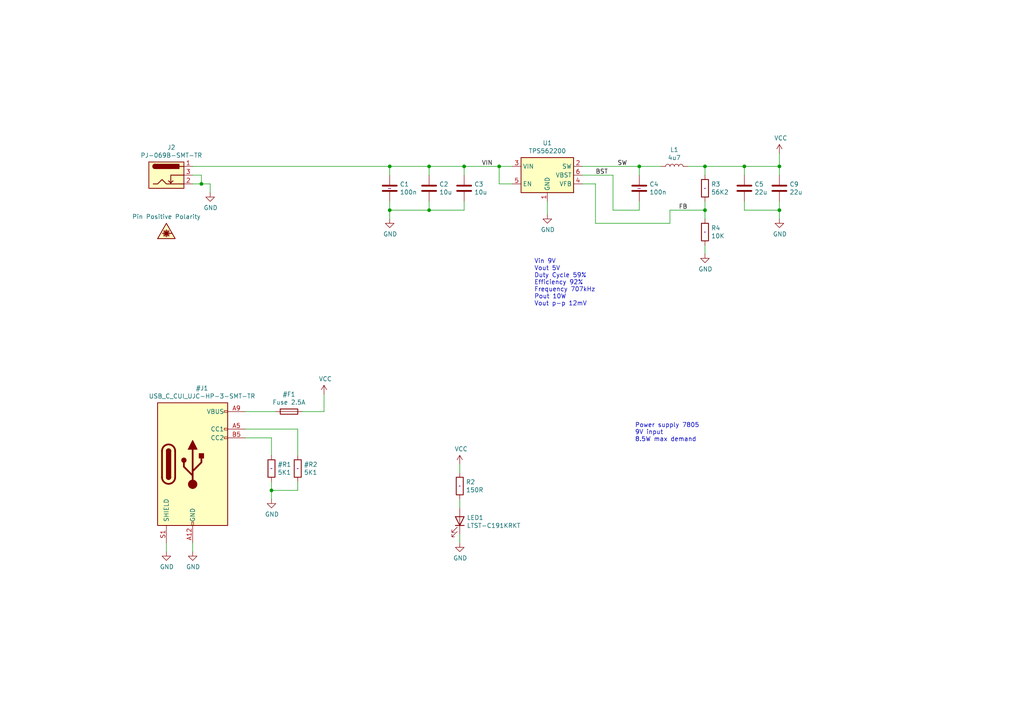
<source format=kicad_sch>
(kicad_sch (version 20211123) (generator eeschema)
  (paper "A4")
  (title_block (title "One-Game-NES") (date "2021-12-26") (rev "0") (company "Late to the Game"))
  (lib_symbols
    (symbol "00Custom:USB_C_CUI_UJC-HP-3-SMT-TR" (pin_names (offset 1.016))
      (property "Reference" "J" (at -10.16 19.05 0))
      (property "Value" "00Custom_USB_C_CUI_UJC-HP-3-SMT-TR" (at 12.7 19.05 0))
      (symbol "USB_C_CUI_UJC-HP-3-SMT-TR_0_0"
        (rectangle (start -0.254 -17.78) (end 0.254 -16.764))
        (rectangle (start 10.16 7.874) (end 9.144 7.366))
        (rectangle (start 10.16 10.414) (end 9.144 9.906))
        (rectangle (start 10.16 15.494) (end 9.144 14.986))
      )
      (symbol "USB_C_CUI_UJC-HP-3-SMT-TR_0_1"
        (rectangle (start -10.16 17.78) (end 10.16 -17.78) (stroke (width 0.254)) (fill (type background)))
        (arc (start -8.89 -3.81) (mid -6.985 -5.715) (end -5.08 -3.81) (stroke (width 0.508)))
        (arc (start -7.62 -3.81) (mid -6.985 -4.445) (end -6.35 -3.81) (stroke (width 0.254)))
        (arc (start -7.62 -3.81) (mid -6.985 -4.445) (end -6.35 -3.81) (stroke (width 0.254)) (fill (type outline)))
        (rectangle (start -7.62 -3.81) (end -6.35 3.81) (stroke (width 0.254)) (fill (type outline)))
        (arc (start -6.35 3.81) (mid -6.985 4.445) (end -7.62 3.81) (stroke (width 0.254)))
        (arc (start -6.35 3.81) (mid -6.985 4.445) (end -7.62 3.81) (stroke (width 0.254)) (fill (type outline)))
        (arc (start -5.08 3.81) (mid -6.985 5.715) (end -8.89 3.81) (stroke (width 0.508)))
        (circle (center -2.54 1.143) (radius 0.635) (stroke (width 0.254)) (fill (type outline)))
        (circle (center 0 -5.842) (radius 1.27) (fill (type outline)))
        (polyline (pts (xy -8.89 -3.81) (xy -8.89 3.81)) (stroke (width 0.508)))
        (polyline (pts (xy -5.08 3.81) (xy -5.08 -3.81)) (stroke (width 0.508)))
        (polyline (pts (xy 0 -5.842) (xy 0 4.318)) (stroke (width 0.508)))
        (polyline (pts (xy 0 -3.302) (xy -2.54 -0.762) (xy -2.54 0.508)) (stroke (width 0.508)))
        (polyline (pts (xy 0 -2.032) (xy 2.54 0.508) (xy 2.54 1.778)) (stroke (width 0.508)))
        (polyline (pts (xy -1.27 4.318) (xy 0 6.858) (xy 1.27 4.318) (xy -1.27 4.318)) (stroke (width 0.254)) (fill (type outline)))
        (rectangle (start 1.905 1.778) (end 3.175 3.048) (stroke (width 0.254)) (fill (type outline)))
      )
      (symbol "USB_C_CUI_UJC-HP-3-SMT-TR_1_1"
        (pin passive line (at 0 -22.86 90) (length 5.08) (name "GND") (number "A12"))
        (pin bidirectional line (at 15.24 10.16 180) (length 5.08) (name "CC1") (number "A5"))
        (pin passive line (at 15.24 15.24 180) (length 5.08) (name "VBUS") (number "A9"))
        (pin passive line (at 0 -22.86 90) (length 5.08) hide (name "GND") (number "B12"))
        (pin bidirectional line (at 15.24 7.62 180) (length 5.08) (name "CC2") (number "B5"))
        (pin passive line (at 15.24 15.24 180) (length 5.08) hide (name "VBUS") (number "B9"))
        (pin passive line (at -7.62 -22.86 90) (length 5.08) (name "SHIELD") (number "S1"))
      )
    )
    (symbol "Connector:Barrel_Jack_Switch" (pin_names hide)
      (property "Reference" "J" (at 0 5.334 0))
      (property "Value" "Barrel_Jack_Switch" (at 0 -5.08 0))
      (symbol "Barrel_Jack_Switch_0_1"
        (rectangle (start -5.08 3.81) (end 5.08 -3.81) (stroke (width 0.254)) (fill (type background)))
        (arc (start -3.302 3.175) (mid -3.937 2.54) (end -3.302 1.905) (stroke (width 0.254)))
        (arc (start -3.302 3.175) (mid -3.937 2.54) (end -3.302 1.905) (stroke (width 0.254)) (fill (type outline)))
        (polyline (pts (xy 1.27 -2.286) (xy 1.905 -1.651)) (stroke (width 0.254)))
        (polyline (pts (xy 5.08 2.54) (xy 3.81 2.54)) (stroke (width 0.254)))
        (polyline (pts (xy 5.08 0) (xy 1.27 0) (xy 1.27 -2.286) (xy 0.635 -1.651)) (stroke (width 0.254)))
        (polyline (pts (xy -3.81 -2.54) (xy -2.54 -2.54) (xy -1.27 -1.27) (xy 0 -2.54) (xy 2.54 -2.54) (xy 5.08 -2.54)) (stroke (width 0.254)))
        (rectangle (start 3.683 3.175) (end -3.302 1.905) (stroke (width 0.254)) (fill (type outline)))
      )
      (symbol "Barrel_Jack_Switch_1_1"
        (pin passive line (at 7.62 2.54 180) (length 2.54) (name "~") (number "1"))
        (pin passive line (at 7.62 -2.54 180) (length 2.54) (name "~") (number "2"))
        (pin passive line (at 7.62 0 180) (length 2.54) (name "~") (number "3"))
      )
    )
    (symbol "Device:C" (pin_numbers hide) (pin_names (offset 0.254))
      (property "Reference" "C" (at 0.635 2.54 0))
      (property "Value" "C" (at 0.635 -2.54 0))
      (symbol "C_0_1"
        (polyline (pts (xy -2.032 -0.762) (xy 2.032 -0.762)) (stroke (width 0.508)))
        (polyline (pts (xy -2.032 0.762) (xy 2.032 0.762)) (stroke (width 0.508)))
      )
      (symbol "C_1_1"
        (pin passive line (at 0 3.81 270) (length 2.794) (name "~") (number "1"))
        (pin passive line (at 0 -3.81 90) (length 2.794) (name "~") (number "2"))
      )
    )
    (symbol "Device:Fuse" (pin_numbers hide) (pin_names (offset 0))
      (property "Reference" "F" (at 2.032 0 90))
      (property "Value" "Fuse" (at -1.905 0 90))
      (symbol "Fuse_0_1"
        (rectangle (start -0.762 -2.54) (end 0.762 2.54) (stroke (width 0.254)))
        (polyline (pts (xy 0 2.54) (xy 0 -2.54)))
      )
      (symbol "Fuse_1_1"
        (pin passive line (at 0 3.81 270) (length 1.27) (name "~") (number "1"))
        (pin passive line (at 0 -3.81 90) (length 1.27) (name "~") (number "2"))
      )
    )
    (symbol "Device:L" (pin_numbers hide) (pin_names (offset 1.016) hide)
      (property "Reference" "L" (at -1.27 0 90))
      (property "Value" "L" (at 1.905 0 90))
      (symbol "L_0_1"
        (arc (start 0 -2.54) (mid 0.635 -1.905) (end 0 -1.27))
        (arc (start 0 -1.27) (mid 0.635 -0.635) (end 0 0))
        (arc (start 0 0) (mid 0.635 0.635) (end 0 1.27))
        (arc (start 0 1.27) (mid 0.635 1.905) (end 0 2.54))
      )
      (symbol "L_1_1"
        (pin passive line (at 0 3.81 270) (length 1.27) (name "1") (number "1"))
        (pin passive line (at 0 -3.81 90) (length 1.27) (name "2") (number "2"))
      )
    )
    (symbol "Device:LED" (pin_numbers hide) (pin_names (offset 1.016) hide)
      (property "Reference" "D" (at 0 2.54 0))
      (property "Value" "LED" (at 0 -2.54 0))
      (symbol "LED_0_1"
        (polyline (pts (xy -1.27 -1.27) (xy -1.27 1.27)) (stroke (width 0.254)))
        (polyline (pts (xy -1.27 0) (xy 1.27 0)))
        (polyline (pts (xy 1.27 -1.27) (xy 1.27 1.27) (xy -1.27 0) (xy 1.27 -1.27)) (stroke (width 0.254)))
        (polyline (pts (xy -3.048 -0.762) (xy -4.572 -2.286) (xy -3.81 -2.286) (xy -4.572 -2.286) (xy -4.572 -1.524)))
        (polyline (pts (xy -1.778 -0.762) (xy -3.302 -2.286) (xy -2.54 -2.286) (xy -3.302 -2.286) (xy -3.302 -1.524)))
      )
      (symbol "LED_1_1"
        (pin passive line (at -3.81 0 0) (length 2.54) (name "K") (number "1"))
        (pin passive line (at 3.81 0 180) (length 2.54) (name "A") (number "2"))
      )
    )
    (symbol "Device:R" (pin_numbers hide) (pin_names (offset 0))
      (property "Reference" "R" (at 2.032 0 90))
      (property "Value" "R" (at 0 0 90))
      (symbol "R_0_1"
        (rectangle (start -1.016 -2.54) (end 1.016 2.54) (stroke (width 0.254)))
      )
      (symbol "R_1_1"
        (pin passive line (at 0 3.81 270) (length 1.27) (name "~") (number "1"))
        (pin passive line (at 0 -3.81 90) (length 1.27) (name "~") (number "2"))
      )
    )
    (symbol "Graphic:SYM_LASER_Small" (pin_names (offset 1.016) hide)
      (symbol "SYM_LASER_Small_0_1"
        (polyline (pts (xy -1.143 -0.381) (xy 1.651 -0.381)) (stroke (width 0.254)))
        (polyline (pts (xy -0.889 -0.762) (xy 0.889 0)))
        (polyline (pts (xy -0.889 0) (xy 0.889 -0.762)))
        (polyline (pts (xy -0.762 -1.143) (xy 0.762 0.381)) (stroke (width 0.254)))
        (polyline (pts (xy -0.381 0.508) (xy 0.381 -1.27)))
        (polyline (pts (xy 0 -1.397) (xy 0 0.635)) (stroke (width 0.254)))
        (polyline (pts (xy 0.381 0.508) (xy -0.381 -1.27)))
        (polyline (pts (xy 0.762 -1.143) (xy -0.762 0.381)) (stroke (width 0.254)))
        (polyline (pts (xy -2.54 -1.905) (xy 2.54 -1.905) (xy 0 2.54) (xy -2.54 -1.905)) (stroke (width 0.254)) (fill (type background)))
      )
    )
    (symbol "Regulator_Switching:TPS562200"
      (property "Reference" "U" (at -7.62 6.35 0))
      (property "Value" "TPS562200" (at -2.54 6.35 0))
      (symbol "TPS562200_0_1"
        (rectangle (start -7.62 5.08) (end 7.62 -5.08) (stroke (width 0.254)) (fill (type background)))
      )
      (symbol "TPS562200_1_1"
        (pin power_in line (at 0 -7.62 90) (length 2.54) (name "GND") (number "1"))
        (pin output line (at 10.16 2.54 180) (length 2.54) (name "SW") (number "2"))
        (pin power_in line (at -10.16 2.54 0) (length 2.54) (name "VIN") (number "3"))
        (pin input line (at 10.16 -2.54 180) (length 2.54) (name "VFB") (number "4"))
        (pin input line (at -10.16 -2.54 0) (length 2.54) (name "EN") (number "5"))
        (pin passive line (at 10.16 0 180) (length 2.54) (name "VBST") (number "6"))
      )
    )
    (symbol "power:GND" (power) (pin_names (offset 0))
      (property "Value" "GND" (at 0 -3.81 0))
      (symbol "GND_0_1"
        (polyline (pts (xy 0 0) (xy 0 -1.27) (xy 1.27 -1.27) (xy 0 -2.54) (xy -1.27 -1.27) (xy 0 -1.27)))
      )
      (symbol "GND_1_1"
        (pin power_in line (at 0 0 270) (length 0) hide (name "GND") (number "1"))
      )
    )
    (symbol "power:VCC" (power) (pin_names (offset 0))
      (property "Value" "VCC" (at 0 3.81 0))
      (symbol "VCC_0_1"
        (polyline (pts (xy -0.762 1.27) (xy 0 2.54)))
        (polyline (pts (xy 0 0) (xy 0 2.54)))
        (polyline (pts (xy 0 2.54) (xy 0.762 1.27)))
      )
      (symbol "VCC_1_1"
        (pin power_in line (at 0 0 90) (length 0) hide (name "VCC") (number "1"))
      )
    )
  )
  (junction (at 58.42 53.34))
  (junction (at 113.03 60.96))
  (junction (at 78.74 142.24))
  (junction (at 113.03 48.26))
  (junction (at 124.46 48.26))
  (junction (at 185.42 48.26))
  (junction (at 144.78 48.26))
  (junction (at 204.47 60.96))
  (junction (at 226.06 48.26))
  (junction (at 134.62 48.26))
  (junction (at 215.9 48.26))
  (junction (at 204.47 48.26))
  (junction (at 124.46 60.96))
  (junction (at 226.06 60.96))
  (wire (pts (xy 78.74 127) (xy 71.12 127)))
  (wire (pts (xy 226.06 58.42) (xy 226.06 60.96)))
  (wire (pts (xy 148.59 53.34) (xy 144.78 53.34)))
  (wire (pts (xy 215.9 60.96) (xy 226.06 60.96)))
  (wire (pts (xy 113.03 50.8) (xy 113.03 48.26)))
  (wire (pts (xy 168.91 50.8) (xy 177.8 50.8)))
  (wire (pts (xy 124.46 58.42) (xy 124.46 60.96)))
  (wire (pts (xy 204.47 63.5) (xy 204.47 60.96)))
  (wire (pts (xy 86.36 124.46) (xy 71.12 124.46)))
  (wire (pts (xy 113.03 60.96) (xy 124.46 60.96)))
  (wire (pts (xy 204.47 48.26) (xy 215.9 48.26)))
  (wire (pts (xy 177.8 60.96) (xy 185.42 60.96)))
  (wire (pts (xy 48.26 160.02) (xy 48.26 157.48)))
  (wire (pts (xy 168.91 48.26) (xy 185.42 48.26)))
  (wire (pts (xy 199.39 48.26) (xy 204.47 48.26)))
  (wire (pts (xy 158.75 62.23) (xy 158.75 58.42)))
  (wire (pts (xy 134.62 58.42) (xy 134.62 60.96)))
  (wire (pts (xy 124.46 60.96) (xy 134.62 60.96)))
  (wire (pts (xy 78.74 142.24) (xy 78.74 139.7)))
  (wire (pts (xy 78.74 142.24) (xy 86.36 142.24)))
  (wire (pts (xy 185.42 48.26) (xy 191.77 48.26)))
  (wire (pts (xy 185.42 60.96) (xy 185.42 58.42)))
  (wire (pts (xy 134.62 50.8) (xy 134.62 48.26)))
  (wire (pts (xy 55.88 50.8) (xy 58.42 50.8)))
  (wire (pts (xy 204.47 48.26) (xy 204.47 50.8)))
  (wire (pts (xy 58.42 53.34) (xy 60.96 53.34)))
  (wire (pts (xy 134.62 48.26) (xy 144.78 48.26)))
  (wire (pts (xy 172.72 53.34) (xy 168.91 53.34)))
  (wire (pts (xy 144.78 48.26) (xy 148.59 48.26)))
  (wire (pts (xy 215.9 50.8) (xy 215.9 48.26)))
  (wire (pts (xy 133.35 154.94) (xy 133.35 157.48)))
  (wire (pts (xy 194.31 60.96) (xy 194.31 64.77)))
  (wire (pts (xy 80.01 119.38) (xy 71.12 119.38)))
  (wire (pts (xy 55.88 160.02) (xy 55.88 157.48)))
  (wire (pts (xy 113.03 58.42) (xy 113.03 60.96)))
  (wire (pts (xy 78.74 144.78) (xy 78.74 142.24)))
  (wire (pts (xy 55.88 53.34) (xy 58.42 53.34)))
  (wire (pts (xy 93.98 119.38) (xy 93.98 114.3)))
  (wire (pts (xy 113.03 48.26) (xy 124.46 48.26)))
  (wire (pts (xy 215.9 48.26) (xy 226.06 48.26)))
  (wire (pts (xy 204.47 60.96) (xy 194.31 60.96)))
  (wire (pts (xy 87.63 119.38) (xy 93.98 119.38)))
  (wire (pts (xy 78.74 132.08) (xy 78.74 127)))
  (wire (pts (xy 204.47 60.96) (xy 204.47 58.42)))
  (wire (pts (xy 55.88 48.26) (xy 113.03 48.26)))
  (wire (pts (xy 60.96 53.34) (xy 60.96 55.88)))
  (wire (pts (xy 204.47 73.66) (xy 204.47 71.12)))
  (wire (pts (xy 185.42 48.26) (xy 185.42 50.8)))
  (wire (pts (xy 133.35 144.78) (xy 133.35 147.32)))
  (wire (pts (xy 177.8 50.8) (xy 177.8 60.96)))
  (wire (pts (xy 113.03 60.96) (xy 113.03 63.5)))
  (wire (pts (xy 124.46 48.26) (xy 134.62 48.26)))
  (wire (pts (xy 194.31 64.77) (xy 172.72 64.77)))
  (wire (pts (xy 133.35 134.62) (xy 133.35 137.16)))
  (wire (pts (xy 226.06 48.26) (xy 226.06 44.45)))
  (wire (pts (xy 86.36 132.08) (xy 86.36 124.46)))
  (wire (pts (xy 86.36 142.24) (xy 86.36 139.7)))
  (wire (pts (xy 215.9 58.42) (xy 215.9 60.96)))
  (wire (pts (xy 172.72 64.77) (xy 172.72 53.34)))
  (wire (pts (xy 226.06 60.96) (xy 226.06 63.5)))
  (wire (pts (xy 226.06 50.8) (xy 226.06 48.26)))
  (wire (pts (xy 58.42 50.8) (xy 58.42 53.34)))
  (wire (pts (xy 144.78 53.34) (xy 144.78 48.26)))
  (wire (pts (xy 124.46 50.8) (xy 124.46 48.26)))
  (text "Power supply 7805\n9V input \n8.5W max demand" (at 184.15 128.27 0) (effects (font (size 1.27 1.27)) (justify left bottom)))
  (text "Vin 9V\nVout 5V\nDuty Cycle 59%\nEfficiency 92%\nFrequency 707kHz\nPout 10W\nVout p-p 12mV" (at 154.94 88.9 0) (effects (font (size 1.27 1.27)) (justify left bottom)))
  (label "FB" (at 196.85 60.96 0))
  (label "BST" (at 172.72 50.8 0))
  (label "SW" (at 179.07 48.26 0))
  (label "VIN" (at 139.7 48.26 0))
  (symbol (lib_id "Connector:Barrel_Jack_Switch") (at 48.26 50.8 0) (unit 1)
    (property "Reference" "J2" (at 49.7078 42.7482 0))
    (property "Value" "PJ-069B-SMT-TR" (at 49.7078 45.0596 0))
    (property "Footprint" "footprints:CUI_PJ-069B-SMT-TR" (effects hide))
    (property "Datasheet" "https://www.cuidevices.com/product/resource/pj-069b-smt-tr.pdf" (effects hide))
    (property "Description" "CONN PWR JACK 2X5.5MM SOLDER" (effects hide))
    (property "Digikey" "CP-069BPJCT-ND" (effects hide))
    (property "MPN" "PJ-069B-SMT-TR" (effects hide))
  )
  (symbol (lib_id "power:GND") (at 60.96 55.88 0) (unit 1)
    (property "Reference" "#PWR0130" (effects hide))
    (property "Value" "GND" (at 61.087 60.2742 0))
  )
  (symbol (lib_id "Device:R") (at 133.35 140.97 0) (unit 1)
    (property "Reference" "R2" (at 135.128 139.8016 0) (effects (justify left)))
    (property "Value" "150R" (at 135.128 142.113 0) (effects (justify left)))
    (property "Footprint" "Resistor_SMD:R_0603_1608Metric" (effects hide))
    (property "Datasheet" "~" (at 133.35 140.97 0) (effects (font (size 0.762 0.762))))
    (property "Description" "RES SMD 150 OHM 1% 1/10W 0603" (effects hide))
    (property "QOH" "100" (effects hide))
  )
  (symbol (lib_id "Regulator_Switching:TPS562200") (at 158.75 50.8 0) (unit 1)
    (property "Reference" "U1" (at 158.75 41.4782 0))
    (property "Value" "TPS562200" (at 158.75 43.7896 0))
    (property "Footprint" "Package_TO_SOT_SMD:SOT-23-6" (effects hide))
    (property "Datasheet" "http://www.ti.com/lit/ds/symlink/tps563200.pdf" (effects hide))
    (property "Description" "IC REG BUCK ADJ 2A TSOT23-6" (effects hide))
    (property "Digikey" "296-39631-1-ND" (effects hide))
    (property "MPN" "TPS562200DDCR" (effects hide))
    (property "QOH" "3" (effects hide))
  )
  (symbol (lib_id "Device:C") (at 134.62 54.61 0) (unit 1)
    (property "Reference" "C3" (at 137.541 53.4416 0) (effects (justify left)))
    (property "Value" "10u" (at 137.541 55.753 0) (effects (justify left)))
    (property "Footprint" "Capacitor_SMD:C_1206_3216Metric" (effects hide))
    (property "Description" "CAP CER 10UF 25V X5R 1206" (effects hide))
    (property "QOH" "25" (effects hide))
  )
  (symbol (lib_id "Device:C") (at 124.46 54.61 0) (unit 1)
    (property "Reference" "C2" (at 127.381 53.4416 0) (effects (justify left)))
    (property "Value" "10u" (at 127.381 55.753 0) (effects (justify left)))
    (property "Footprint" "Capacitor_SMD:C_1206_3216Metric" (effects hide))
    (property "Description" "CAP CER 10UF 25V X5R 1206" (effects hide))
    (property "QOH" "25" (effects hide))
  )
  (symbol (lib_id "power:GND") (at 158.75 62.23 0) (unit 1)
    (property "Reference" "#PWR0131" (effects hide))
    (property "Value" "GND" (at 158.877 66.6242 0))
  )
  (symbol (lib_id "Device:LED") (at 133.35 151.13 270) (mirror x) (unit 1)
    (property "Reference" "LED1" (at 135.382 150.1394 90) (effects (justify left)))
    (property "Value" "LTST-C191KRKT" (at 135.382 152.4508 90) (effects (justify left)))
    (property "Footprint" "LED_SMD:LED_0603_1608Metric" (effects hide))
    (property "Datasheet" "https://optoelectronics.liteon.com/upload/download/DS22-2000-223/LTST-C191KRKT.PDF" (effects hide))
  )
  (symbol (lib_id "Device:C") (at 185.42 54.61 180) (unit 1)
    (property "Reference" "C4" (at 188.341 53.4416 0) (effects (justify right)))
    (property "Value" "100n" (at 188.341 55.753 0) (effects (justify right)))
    (property "Footprint" "Capacitor_SMD:C_0402_1005Metric" (effects hide))
    (property "Datasheet" "~" (at 185.42 54.61 0) (effects (font (size 1.524 1.524))))
    (property "Description" "CAP CER 0.1UF 16V X7R 0402" (effects hide))
    (property "QOH" "10000" (effects hide))
  )
  (symbol (lib_id "Device:C") (at 113.03 54.61 180) (unit 1)
    (property "Reference" "C1" (at 115.951 53.4416 0) (effects (justify right)))
    (property "Value" "100n" (at 115.951 55.753 0) (effects (justify right)))
    (property "Footprint" "Capacitor_SMD:C_0402_1005Metric" (effects hide))
    (property "Datasheet" "~" (at 113.03 54.61 0) (effects (font (size 1.524 1.524))))
    (property "Description" "CAP CER 0.1UF 16V X7R 0402" (effects hide))
    (property "QOH" "10000" (effects hide))
  )
  (symbol (lib_id "power:GND") (at 113.03 63.5 0) (unit 1)
    (property "Reference" "#PWR0132" (effects hide))
    (property "Value" "GND" (at 113.157 67.8942 0))
  )
  (symbol (lib_id "Device:R") (at 204.47 67.31 0) (unit 1)
    (property "Reference" "R4" (at 206.248 66.1416 0) (effects (justify left)))
    (property "Value" "10K" (at 206.248 68.453 0) (effects (justify left)))
    (property "Footprint" "Resistor_SMD:R_0402_1005Metric" (effects hide))
    (property "Datasheet" "~" (at 204.47 67.31 0) (effects (font (size 0.762 0.762))))
    (property "Description" "RES SMD 10K OHM 1% 1/10W 0402" (effects hide))
    (property "QOH" "5000" (effects hide))
  )
  (symbol (lib_id "Device:R") (at 204.47 54.61 0) (unit 1)
    (property "Reference" "R3" (at 206.248 53.4416 0) (effects (justify left)))
    (property "Value" "56K2" (at 206.248 55.753 0) (effects (justify left)))
    (property "Footprint" "Resistor_SMD:R_0402_1005Metric" (effects hide))
    (property "Datasheet" "~" (at 204.47 54.61 0) (effects (font (size 0.762 0.762))))
    (property "Description" "RES SMD 56.2K OHM 1% 1/10W 0402" (effects hide))
    (property "QOH" "100" (effects hide))
  )
  (symbol (lib_id "power:GND") (at 204.47 73.66 0) (unit 1)
    (property "Reference" "#PWR0133" (effects hide))
    (property "Value" "GND" (at 204.597 78.0542 0))
  )
  (symbol (lib_id "Device:L") (at 195.58 48.26 90) (unit 1)
    (property "Reference" "L1" (at 195.58 43.434 90))
    (property "Value" "4u7" (at 195.58 45.7454 90))
    (property "Footprint" "Inductor_SMD:L_Bourns_SRN6045TA" (effects hide))
    (property "Description" "FIXED IND 4.7UH 4.5A 26 MOHM SMD" (effects hide))
    (property "Digikey" "SRN6045TA-4R7MCT-ND" (effects hide))
    (property "MPN" "SRN6045TA-4R7M" (effects hide))
  )
  (symbol (lib_id "power:GND") (at 226.06 63.5 0) (unit 1)
    (property "Reference" "#PWR0134" (effects hide))
    (property "Value" "GND" (at 226.187 67.8942 0))
  )
  (symbol (lib_id "power:GND") (at 133.35 157.48 0) (unit 1)
    (property "Reference" "#PWR0136" (effects hide))
    (property "Value" "GND" (at 133.477 161.8742 0))
  )
  (symbol (lib_id "power:VCC") (at 226.06 44.45 0) (unit 1)
    (property "Reference" "#PWR0137" (effects hide))
    (property "Value" "VCC" (at 226.441 40.0558 0))
  )
  (symbol (lib_id "Device:C") (at 215.9 54.61 180) (unit 1)
    (property "Reference" "C5" (at 218.821 53.4416 0) (effects (justify right)))
    (property "Value" "22u" (at 218.821 55.753 0) (effects (justify right)))
    (property "Footprint" "Capacitor_SMD:C_1210_3225Metric" (effects hide))
  )
  (symbol (lib_id "Device:C") (at 226.06 54.61 180) (unit 1)
    (property "Reference" "C9" (at 228.981 53.4416 0) (effects (justify right)))
    (property "Value" "22u" (at 228.981 55.753 0) (effects (justify right)))
    (property "Footprint" "Capacitor_SMD:C_1210_3225Metric" (effects hide))
  )
  (symbol (lib_id "00Custom:USB_C_CUI_UJC-HP-3-SMT-TR") (at 55.88 134.62 0) (unit 1)
    (property "Reference" "#J1" (at 58.5978 112.5982 0))
    (property "Value" "USB_C_CUI_UJC-HP-3-SMT-TR" (at 58.5978 114.9096 0))
    (property "Footprint" "footprints:USB_C_Receptacle_CUI_UJC-HP-3-SMT-TR" (effects hide))
    (property "Datasheet" "https://www.cuidevices.com/product/resource/pdf/ujc-hp-3-smt-tr.pdf" (effects hide))
  )
  (symbol (lib_id "power:GND") (at 55.88 160.02 0) (unit 1)
    (property "Reference" "#PWR0143" (effects hide))
    (property "Value" "GND" (at 56.007 164.4142 0))
  )
  (symbol (lib_id "power:GND") (at 48.26 160.02 0) (unit 1)
    (property "Reference" "#PWR0144" (effects hide))
    (property "Value" "GND" (at 48.387 164.4142 0))
  )
  (symbol (lib_id "Device:R") (at 78.74 135.89 0) (unit 1)
    (property "Reference" "#R1" (at 80.518 134.7216 0) (effects (justify left)))
    (property "Value" "5K1" (at 80.518 137.033 0) (effects (justify left)))
    (property "Footprint" "Resistor_SMD:R_0402_1005Metric" (effects hide))
    (property "Datasheet" "~" (at 78.74 135.89 0) (effects (font (size 0.762 0.762))))
    (property "Digikey" "311-5.10KLRCT-ND" (effects hide))
    (property "Description" "RES 5.1K OHM 1% 1/16W 0402" (effects hide))
    (property "MPN" "RC0402FR-075K1L" (effects hide))
  )
  (symbol (lib_id "Device:Fuse") (at 83.82 119.38 270) (unit 1)
    (property "Reference" "#F1" (at 83.82 114.3762 90))
    (property "Value" "Fuse 2.5A" (at 83.82 116.6876 90))
    (property "Footprint" "Fuse:Fuse_0603_1608Metric_Pad1.05x0.95mm_HandSolder" (effects hide))
    (property "Datasheet" "https://industrial.panasonic.com/cdbs/www-data/pdf/AFA0000/AFA0000C7.pdf" (effects hide))
    (property "Description" "FUSE BOARD MOUNT 2.5A 32VDC 0603" (effects hide))
    (property "MPN" "ERB-RE2R50V" (effects hide))
  )
  (symbol (lib_id "Graphic:SYM_LASER_Small") (at 48.26 67.31 0) (unit 1)
    (property "Reference" "#SYM1" (effects hide))
    (property "Value" "Pin Positive Polarity" (at 48.26 62.8396 0))
    (property "Footprint" "Symbol:Polarity_Center_Positive_6mm_SilkScreen" (effects hide))
  )
  (symbol (lib_id "Device:R") (at 86.36 135.89 0) (unit 1)
    (property "Reference" "#R2" (at 88.138 134.7216 0) (effects (justify left)))
    (property "Value" "5K1" (at 88.138 137.033 0) (effects (justify left)))
    (property "Footprint" "Resistor_SMD:R_0402_1005Metric" (effects hide))
    (property "Datasheet" "~" (at 86.36 135.89 0) (effects (font (size 0.762 0.762))))
    (property "Digikey" "311-5.10KLRCT-ND" (effects hide))
    (property "Description" "RES 5.1K OHM 1% 1/16W 0402" (effects hide))
    (property "MPN" "RC0402FR-075K1L" (effects hide))
  )
  (symbol (lib_id "power:GND") (at 78.74 144.78 0) (unit 1)
    (property "Reference" "#PWR0145" (effects hide))
    (property "Value" "GND" (at 78.867 149.1742 0))
  )
  (symbol (lib_id "power:VCC") (at 93.98 114.3 0) (unit 1)
    (property "Reference" "#PWR0146" (effects hide))
    (property "Value" "VCC" (at 94.361 109.9058 0))
  )
  (symbol (lib_id "power:VCC") (at 133.35 134.62 0) (unit 1)
    (property "Reference" "#PWR0135" (effects hide))
    (property "Value" "VCC" (at 133.731 130.2258 0))
  )
)
</source>
